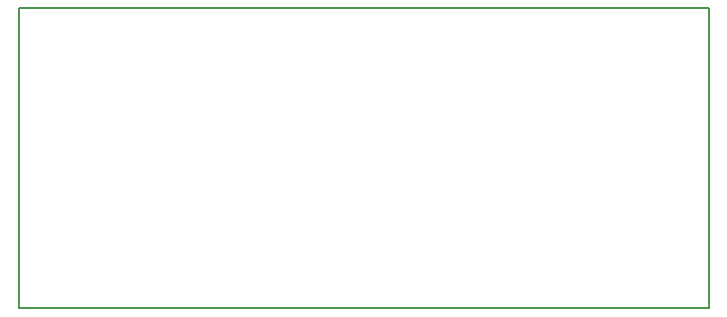
<source format=gko>
G75*
%MOIN*%
%OFA0B0*%
%FSLAX25Y25*%
%IPPOS*%
%LPD*%
%AMOC8*
5,1,8,0,0,1.08239X$1,22.5*
%
%ADD10C,0.00800*%
D10*
X0093333Y0035000D02*
X0093333Y0135000D01*
X0323333Y0135000D01*
X0323333Y0035000D01*
X0093333Y0035000D01*
M02*

</source>
